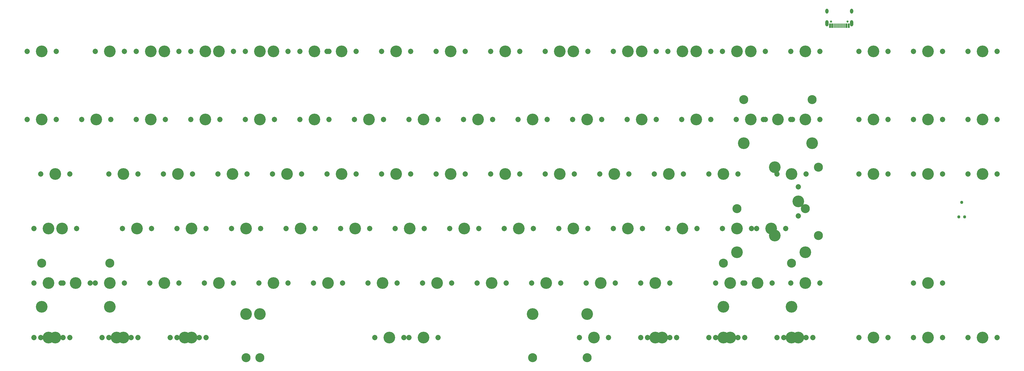
<source format=gbr>
%TF.GenerationSoftware,KiCad,Pcbnew,8.0.4*%
%TF.CreationDate,2024-07-23T18:50:18+08:00*%
%TF.ProjectId,X88C,58383843-2e6b-4696-9361-645f70636258,rev?*%
%TF.SameCoordinates,Original*%
%TF.FileFunction,Soldermask,Top*%
%TF.FilePolarity,Negative*%
%FSLAX46Y46*%
G04 Gerber Fmt 4.6, Leading zero omitted, Abs format (unit mm)*
G04 Created by KiCad (PCBNEW 8.0.4) date 2024-07-23 18:50:18*
%MOMM*%
%LPD*%
G01*
G04 APERTURE LIST*
G04 Aperture macros list*
%AMRoundRect*
0 Rectangle with rounded corners*
0 $1 Rounding radius*
0 $2 $3 $4 $5 $6 $7 $8 $9 X,Y pos of 4 corners*
0 Add a 4 corners polygon primitive as box body*
4,1,4,$2,$3,$4,$5,$6,$7,$8,$9,$2,$3,0*
0 Add four circle primitives for the rounded corners*
1,1,$1+$1,$2,$3*
1,1,$1+$1,$4,$5*
1,1,$1+$1,$6,$7*
1,1,$1+$1,$8,$9*
0 Add four rect primitives between the rounded corners*
20,1,$1+$1,$2,$3,$4,$5,0*
20,1,$1+$1,$4,$5,$6,$7,0*
20,1,$1+$1,$6,$7,$8,$9,0*
20,1,$1+$1,$8,$9,$2,$3,0*%
G04 Aperture macros list end*
%ADD10C,1.852000*%
%ADD11C,4.089800*%
%ADD12C,3.150000*%
%ADD13C,0.752000*%
%ADD14RoundRect,0.051000X0.300000X0.725000X-0.300000X0.725000X-0.300000X-0.725000X0.300000X-0.725000X0*%
%ADD15RoundRect,0.051000X0.150000X0.725000X-0.150000X0.725000X-0.150000X-0.725000X0.150000X-0.725000X0*%
%ADD16O,1.102000X2.202000*%
%ADD17O,1.102000X1.702000*%
%ADD18C,1.092600*%
G04 APERTURE END LIST*
D10*
%TO.C,MX104*%
X233045000Y-100012500D03*
D11*
X238125000Y-100012500D03*
D10*
X243205000Y-100012500D03*
%TD*%
D12*
%TO.C,S3*%
X242887500Y-54927500D03*
D11*
X242887500Y-70167500D03*
D12*
X266700000Y-54927500D03*
D11*
X266700000Y-70167500D03*
%TD*%
D10*
%TO.C,MX15*%
X285432500Y0D03*
D11*
X290512500Y0D03*
D10*
X295592500Y0D03*
%TD*%
%TO.C,MX35*%
X90170000Y-23812500D03*
D11*
X95250000Y-23812500D03*
D10*
X100330000Y-23812500D03*
%TD*%
%TO.C,MX53*%
X99695000Y-42862500D03*
D11*
X104775000Y-42862500D03*
D10*
X109855000Y-42862500D03*
%TD*%
%TO.C,MX78*%
X249713750Y-61912500D03*
D11*
X254793750Y-61912500D03*
D10*
X259873750Y-61912500D03*
%TD*%
%TO.C,MX5*%
X75882500Y0D03*
D11*
X80962500Y0D03*
D10*
X86042500Y0D03*
%TD*%
%TO.C,MX89*%
X152082500Y-80962500D03*
D11*
X157162500Y-80962500D03*
D10*
X162242500Y-80962500D03*
%TD*%
%TO.C,MX7*%
X118745000Y0D03*
D11*
X123825000Y0D03*
D10*
X128905000Y0D03*
%TD*%
%TO.C,MX115*%
X235426250Y-100012500D03*
D11*
X240506250Y-100012500D03*
D10*
X245586250Y-100012500D03*
%TD*%
%TO.C,MX109*%
X-2698750Y-100012500D03*
D11*
X2381250Y-100012500D03*
D10*
X7461250Y-100012500D03*
%TD*%
%TO.C,MX54*%
X118745000Y-42862500D03*
D11*
X123825000Y-42862500D03*
D10*
X128905000Y-42862500D03*
%TD*%
%TO.C,MX68*%
X47307500Y-61912500D03*
D11*
X52387500Y-61912500D03*
D10*
X57467500Y-61912500D03*
%TD*%
%TO.C,MX116*%
X259238750Y-100012500D03*
D11*
X264318750Y-100012500D03*
D10*
X269398750Y-100012500D03*
%TD*%
%TO.C,MX6*%
X99695000Y0D03*
D11*
X104775000Y0D03*
D10*
X109855000Y0D03*
%TD*%
%TO.C,MX94*%
X304482500Y-80962500D03*
D11*
X309562500Y-80962500D03*
D10*
X314642500Y-80962500D03*
%TD*%
%TO.C,MX81*%
X237807500Y-61912500D03*
D11*
X242887500Y-61912500D03*
D10*
X247967500Y-61912500D03*
%TD*%
%TO.C,MX19*%
X52070000Y0D03*
D11*
X57150000Y0D03*
D10*
X62230000Y0D03*
%TD*%
%TO.C,MX28*%
X242570000Y0D03*
D11*
X247650000Y0D03*
D10*
X252730000Y0D03*
%TD*%
%TO.C,MX108*%
X323532500Y-100012500D03*
D11*
X328612500Y-100012500D03*
D10*
X333692500Y-100012500D03*
%TD*%
%TO.C,MX9*%
X156845000Y0D03*
D11*
X161925000Y0D03*
D10*
X167005000Y0D03*
%TD*%
%TO.C,MX17*%
X323532500Y0D03*
D11*
X328612500Y0D03*
D10*
X333692500Y0D03*
%TD*%
%TO.C,MX42*%
X223520000Y-23812500D03*
D11*
X228600000Y-23812500D03*
D10*
X233680000Y-23812500D03*
%TD*%
%TO.C,MX82*%
X6826250Y-80962500D03*
D11*
X11906250Y-80962500D03*
D10*
X16986250Y-80962500D03*
%TD*%
%TO.C,MX88*%
X133032500Y-80962500D03*
D11*
X138112500Y-80962500D03*
D10*
X143192500Y-80962500D03*
%TD*%
%TO.C,MX113*%
X187801250Y-100012500D03*
D11*
X192881250Y-100012500D03*
D10*
X197961250Y-100012500D03*
%TD*%
%TO.C,MX34*%
X71120000Y-23812500D03*
D11*
X76200000Y-23812500D03*
D10*
X81280000Y-23812500D03*
%TD*%
%TO.C,MX92*%
X209232500Y-80962500D03*
D11*
X214312500Y-80962500D03*
D10*
X219392500Y-80962500D03*
%TD*%
%TO.C,MX4*%
X56832500Y0D03*
D11*
X61912500Y0D03*
D10*
X66992500Y0D03*
%TD*%
%TO.C,MX52*%
X80645000Y-42862500D03*
D11*
X85725000Y-42862500D03*
D10*
X90805000Y-42862500D03*
%TD*%
%TO.C,MX37*%
X128270000Y-23812500D03*
D11*
X133350000Y-23812500D03*
D10*
X138430000Y-23812500D03*
%TD*%
%TO.C,MX85*%
X75882500Y-80962500D03*
D11*
X80962500Y-80962500D03*
D10*
X86042500Y-80962500D03*
%TD*%
%TO.C,MX25*%
X175895000Y0D03*
D11*
X180975000Y0D03*
D10*
X186055000Y0D03*
%TD*%
%TO.C,MX18*%
X33020000Y0D03*
D11*
X38100000Y0D03*
D10*
X43180000Y0D03*
%TD*%
%TO.C,MX100*%
X23495000Y-100012500D03*
D11*
X28575000Y-100012500D03*
D10*
X33655000Y-100012500D03*
%TD*%
D11*
%TO.C,S2*%
X256063750Y-40481250D03*
X256063750Y-64293750D03*
D12*
X271303750Y-40481250D03*
X271303750Y-64293750D03*
%TD*%
D10*
%TO.C,MX38*%
X147320000Y-23812500D03*
D11*
X152400000Y-23812500D03*
D10*
X157480000Y-23812500D03*
%TD*%
%TO.C,MX31*%
X13970000Y-23812500D03*
D11*
X19050000Y-23812500D03*
D10*
X24130000Y-23812500D03*
%TD*%
%TO.C,MX106*%
X285432500Y-100012500D03*
D11*
X290512500Y-100012500D03*
D10*
X295592500Y-100012500D03*
%TD*%
D12*
%TO.C,S7*%
X171450000Y-106997500D03*
D11*
X171450000Y-91757500D03*
D12*
X71437500Y-106997500D03*
D11*
X71437500Y-91757500D03*
%TD*%
D10*
%TO.C,MX12*%
X218757500Y0D03*
D11*
X223837500Y0D03*
D10*
X228917500Y0D03*
%TD*%
%TO.C,MX72*%
X123507500Y-61912500D03*
D11*
X128587500Y-61912500D03*
D10*
X133667500Y-61912500D03*
%TD*%
%TO.C,MX74*%
X161607500Y-61912500D03*
D11*
X166687500Y-61912500D03*
D10*
X171767500Y-61912500D03*
%TD*%
%TO.C,MX90*%
X171132500Y-80962500D03*
D11*
X176212500Y-80962500D03*
D10*
X181292500Y-80962500D03*
%TD*%
%TO.C,MX10*%
X180657500Y0D03*
D11*
X185737500Y0D03*
D10*
X190817500Y0D03*
%TD*%
%TO.C,MX87*%
X113982500Y-80962500D03*
D11*
X119062500Y-80962500D03*
D10*
X124142500Y-80962500D03*
%TD*%
%TO.C,MX64*%
X323532500Y-42862500D03*
D11*
X328612500Y-42862500D03*
D10*
X333692500Y-42862500D03*
%TD*%
%TO.C,MX2*%
X18732500Y0D03*
D11*
X23812500Y0D03*
D10*
X28892500Y0D03*
%TD*%
%TO.C,MX70*%
X85407500Y-61912500D03*
D11*
X90487500Y-61912500D03*
D10*
X95567500Y-61912500D03*
%TD*%
%TO.C,MX76*%
X199707500Y-61912500D03*
D11*
X204787500Y-61912500D03*
D10*
X209867500Y-61912500D03*
%TD*%
%TO.C,MX45*%
X304482500Y-23812500D03*
D11*
X309562500Y-23812500D03*
D10*
X314642500Y-23812500D03*
%TD*%
%TO.C,MX16*%
X304482500Y0D03*
D11*
X309562500Y0D03*
D10*
X314642500Y0D03*
%TD*%
%TO.C,MX48*%
X-317500Y-42862500D03*
D11*
X4762500Y-42862500D03*
D10*
X9842500Y-42862500D03*
%TD*%
%TO.C,MX55*%
X137795000Y-42862500D03*
D11*
X142875000Y-42862500D03*
D10*
X147955000Y-42862500D03*
%TD*%
%TO.C,MX3*%
X37782500Y0D03*
D11*
X42862500Y0D03*
D10*
X47942500Y0D03*
%TD*%
%TO.C,MX63*%
X304482500Y-42862500D03*
D11*
X309562500Y-42862500D03*
D10*
X314642500Y-42862500D03*
%TD*%
%TO.C,MX46*%
X323532500Y-23812500D03*
D11*
X328612500Y-23812500D03*
D10*
X333692500Y-23812500D03*
%TD*%
%TO.C,MX67*%
X28257500Y-61912500D03*
D11*
X33337500Y-61912500D03*
D10*
X38417500Y-61912500D03*
%TD*%
%TO.C,MX59*%
X213995000Y-42862500D03*
D11*
X219075000Y-42862500D03*
D10*
X224155000Y-42862500D03*
%TD*%
%TO.C,MX110*%
X21113750Y-100012500D03*
D11*
X26193750Y-100012500D03*
D10*
X31273750Y-100012500D03*
%TD*%
%TO.C,MX60*%
X233045000Y-42862500D03*
D11*
X238125000Y-42862500D03*
D10*
X243205000Y-42862500D03*
%TD*%
%TO.C,MX32*%
X33020000Y-23812500D03*
D11*
X38100000Y-23812500D03*
D10*
X43180000Y-23812500D03*
%TD*%
%TO.C,MX97*%
X235426250Y-80962500D03*
D11*
X240506250Y-80962500D03*
D10*
X245586250Y-80962500D03*
%TD*%
%TO.C,MX51*%
X61595000Y-42862500D03*
D11*
X66675000Y-42862500D03*
D10*
X71755000Y-42862500D03*
%TD*%
D12*
%TO.C,S4*%
X238125000Y-73977500D03*
D11*
X238125000Y-89217500D03*
D12*
X261937500Y-73977500D03*
D11*
X261937500Y-89217500D03*
%TD*%
D10*
%TO.C,MX112*%
X116363750Y-100012500D03*
D11*
X121443750Y-100012500D03*
D10*
X126523750Y-100012500D03*
%TD*%
%TO.C,MX84*%
X56832500Y-80962500D03*
D11*
X61912500Y-80962500D03*
D10*
X66992500Y-80962500D03*
%TD*%
%TO.C,MX75*%
X180657500Y-61912500D03*
D11*
X185737500Y-61912500D03*
D10*
X190817500Y-61912500D03*
%TD*%
%TO.C,MX96*%
X18732500Y-80962500D03*
D11*
X23812500Y-80962500D03*
D10*
X28892500Y-80962500D03*
%TD*%
D12*
%TO.C,S5*%
X0Y-73977500D03*
D11*
X0Y-89217500D03*
D12*
X23812500Y-73977500D03*
D11*
X23812500Y-89217500D03*
%TD*%
D10*
%TO.C,MX91*%
X190182500Y-80962500D03*
D11*
X195262500Y-80962500D03*
D10*
X200342500Y-80962500D03*
%TD*%
%TO.C,MX114*%
X211613750Y-100012500D03*
D11*
X216693750Y-100012500D03*
D10*
X221773750Y-100012500D03*
%TD*%
%TO.C,MX43*%
X252095000Y-23812500D03*
D11*
X257175000Y-23812500D03*
D10*
X262255000Y-23812500D03*
%TD*%
%TO.C,MX65*%
X264318750Y-47307500D03*
D11*
X264318750Y-52387500D03*
D10*
X264318750Y-57467500D03*
%TD*%
%TO.C,MX98*%
X261620000Y-80962500D03*
D11*
X266700000Y-80962500D03*
D10*
X271780000Y-80962500D03*
%TD*%
%TO.C,MX80*%
X2063750Y-61912500D03*
D11*
X7143750Y-61912500D03*
D10*
X12223750Y-61912500D03*
%TD*%
%TO.C,MX1*%
X-5080000Y0D03*
D11*
X0Y0D03*
D10*
X5080000Y0D03*
%TD*%
%TO.C,MX41*%
X204470000Y-23812500D03*
D11*
X209550000Y-23812500D03*
D10*
X214630000Y-23812500D03*
%TD*%
D12*
%TO.C,S6*%
X190500000Y-106997500D03*
D11*
X190500000Y-91757500D03*
D12*
X76200000Y-106997500D03*
D11*
X76200000Y-91757500D03*
%TD*%
D10*
%TO.C,MX66*%
X-2698750Y-61912500D03*
D11*
X2381250Y-61912500D03*
D10*
X7461250Y-61912500D03*
%TD*%
%TO.C,MX71*%
X104457500Y-61912500D03*
D11*
X109537500Y-61912500D03*
D10*
X114617500Y-61912500D03*
%TD*%
%TO.C,MX93*%
X244951250Y-80962500D03*
D11*
X250031250Y-80962500D03*
D10*
X255111250Y-80962500D03*
%TD*%
%TO.C,MX49*%
X23495000Y-42862500D03*
D11*
X28575000Y-42862500D03*
D10*
X33655000Y-42862500D03*
%TD*%
%TO.C,MX11*%
X199707500Y0D03*
D11*
X204787500Y0D03*
D10*
X209867500Y0D03*
%TD*%
%TO.C,MX39*%
X166370000Y-23812500D03*
D11*
X171450000Y-23812500D03*
D10*
X176530000Y-23812500D03*
%TD*%
%TO.C,MX69*%
X66357500Y-61912500D03*
D11*
X71437500Y-61912500D03*
D10*
X76517500Y-61912500D03*
%TD*%
%TO.C,MX77*%
X218757500Y-61912500D03*
D11*
X223837500Y-61912500D03*
D10*
X228917500Y-61912500D03*
%TD*%
%TO.C,MX27*%
X223520000Y0D03*
D11*
X228600000Y0D03*
D10*
X233680000Y0D03*
%TD*%
%TO.C,MX62*%
X285432500Y-42862500D03*
D11*
X290512500Y-42862500D03*
D10*
X295592500Y-42862500D03*
%TD*%
%TO.C,MX57*%
X175895000Y-42862500D03*
D11*
X180975000Y-42862500D03*
D10*
X186055000Y-42862500D03*
%TD*%
%TO.C,MX107*%
X304482500Y-100012500D03*
D11*
X309562500Y-100012500D03*
D10*
X314642500Y-100012500D03*
%TD*%
%TO.C,MX56*%
X156845000Y-42862500D03*
D11*
X161925000Y-42862500D03*
D10*
X167005000Y-42862500D03*
%TD*%
%TO.C,MX111*%
X44926250Y-100012500D03*
D11*
X50006250Y-100012500D03*
D10*
X55086250Y-100012500D03*
%TD*%
%TO.C,MX101*%
X47307500Y-100012500D03*
D11*
X52387500Y-100012500D03*
D10*
X57467500Y-100012500D03*
%TD*%
%TO.C,MX13*%
X237807500Y0D03*
D11*
X242887500Y0D03*
D10*
X247967500Y0D03*
%TD*%
%TO.C,MX21*%
X90170000Y0D03*
D11*
X95250000Y0D03*
D10*
X100330000Y0D03*
%TD*%
%TO.C,MX14*%
X261620000Y0D03*
D11*
X266700000Y0D03*
D10*
X271780000Y0D03*
%TD*%
%TO.C,MX40*%
X185420000Y-23812500D03*
D11*
X190500000Y-23812500D03*
D10*
X195580000Y-23812500D03*
%TD*%
%TO.C,MX26*%
X204470000Y0D03*
D11*
X209550000Y0D03*
D10*
X214630000Y0D03*
%TD*%
D13*
%TO.C,USB1*%
X281496250Y10400000D03*
X275716250Y10400000D03*
D14*
X281856250Y8955000D03*
X281056250Y8955000D03*
D15*
X279856250Y8955000D03*
X278856250Y8955000D03*
X278356250Y8955000D03*
X277356250Y8955000D03*
D14*
X276156250Y8955000D03*
X275356250Y8955000D03*
X275356250Y8955000D03*
X276156250Y8955000D03*
D15*
X276856250Y8955000D03*
X277856250Y8955000D03*
X279356250Y8955000D03*
X280356250Y8955000D03*
D14*
X281056250Y8955000D03*
X281856250Y8955000D03*
D16*
X282926250Y9870000D03*
D17*
X282926250Y14050000D03*
D16*
X274286250Y9870000D03*
D17*
X274286250Y14050000D03*
%TD*%
D10*
%TO.C,MX95*%
X-2698750Y-80962500D03*
D11*
X2381250Y-80962500D03*
D10*
X7461250Y-80962500D03*
%TD*%
%TO.C,MX50*%
X42545000Y-42862500D03*
D11*
X47625000Y-42862500D03*
D10*
X52705000Y-42862500D03*
%TD*%
%TO.C,MX44*%
X285432500Y-23812500D03*
D11*
X290512500Y-23812500D03*
D10*
X295592500Y-23812500D03*
%TD*%
%TO.C,MX58*%
X194945000Y-42862500D03*
D11*
X200025000Y-42862500D03*
D10*
X205105000Y-42862500D03*
%TD*%
%TO.C,MX8*%
X137795000Y0D03*
D11*
X142875000Y0D03*
D10*
X147955000Y0D03*
%TD*%
%TO.C,MX99*%
X-317500Y-100012500D03*
D11*
X4762500Y-100012500D03*
D10*
X9842500Y-100012500D03*
%TD*%
%TO.C,MX103*%
X209232500Y-100012500D03*
D11*
X214312500Y-100012500D03*
D10*
X219392500Y-100012500D03*
%TD*%
%TO.C,MX36*%
X109220000Y-23812500D03*
D11*
X114300000Y-23812500D03*
D10*
X119380000Y-23812500D03*
%TD*%
%TO.C,MX86*%
X94932500Y-80962500D03*
D11*
X100012500Y-80962500D03*
D10*
X105092500Y-80962500D03*
%TD*%
%TO.C,MX20*%
X71120000Y0D03*
D11*
X76200000Y0D03*
D10*
X81280000Y0D03*
%TD*%
%TO.C,MX73*%
X142557500Y-61912500D03*
D11*
X147637500Y-61912500D03*
D10*
X152717500Y-61912500D03*
%TD*%
%TO.C,MX30*%
X-5080000Y-23812500D03*
D11*
X0Y-23812500D03*
D10*
X5080000Y-23812500D03*
%TD*%
%TO.C,MX47*%
X242570000Y-23812500D03*
D11*
X247650000Y-23812500D03*
D10*
X252730000Y-23812500D03*
%TD*%
%TO.C,MX105*%
X256857500Y-100012500D03*
D11*
X261937500Y-100012500D03*
D10*
X267017500Y-100012500D03*
%TD*%
%TO.C,MX33*%
X52070000Y-23812500D03*
D11*
X57150000Y-23812500D03*
D10*
X62230000Y-23812500D03*
%TD*%
%TO.C,MX61*%
X256857500Y-42862500D03*
D11*
X261937500Y-42862500D03*
D10*
X267017500Y-42862500D03*
%TD*%
%TO.C,MX83*%
X37782500Y-80962500D03*
D11*
X42862500Y-80962500D03*
D10*
X47942500Y-80962500D03*
%TD*%
D12*
%TO.C,S1*%
X245268750Y-16827500D03*
D11*
X245268750Y-32067500D03*
D12*
X269081250Y-16827500D03*
D11*
X269081250Y-32067500D03*
%TD*%
D10*
%TO.C,MX79*%
X261620000Y-23812500D03*
D11*
X266700000Y-23812500D03*
D10*
X271780000Y-23812500D03*
%TD*%
%TO.C,MX102*%
X128270000Y-100012500D03*
D11*
X133350000Y-100012500D03*
D10*
X138430000Y-100012500D03*
%TD*%
D18*
%TO.C,J2*%
X321310000Y-52710000D03*
X322326000Y-57790000D03*
X320294000Y-57790000D03*
%TD*%
M02*

</source>
